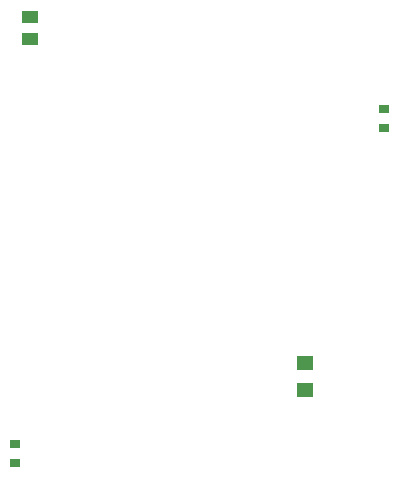
<source format=gtp>
G04*
G04 #@! TF.GenerationSoftware,Altium Limited,Altium Designer,25.0.2 (28)*
G04*
G04 Layer_Color=8421504*
%FSLAX44Y44*%
%MOMM*%
G71*
G04*
G04 #@! TF.SameCoordinates,EC309722-8CFF-44E8-99F7-827B0D8F2BFB*
G04*
G04*
G04 #@! TF.FilePolarity,Positive*
G04*
G01*
G75*
%ADD14R,1.3462X1.2696*%
%ADD15R,1.3800X1.0100*%
%ADD16R,0.9652X0.7620*%
D14*
X973612Y594305D02*
D03*
Y617169D02*
D03*
D15*
X740632Y909757D02*
D03*
Y890757D02*
D03*
D16*
X728502Y532077D02*
D03*
Y547825D02*
D03*
X1040632Y831505D02*
D03*
Y815757D02*
D03*
M02*

</source>
